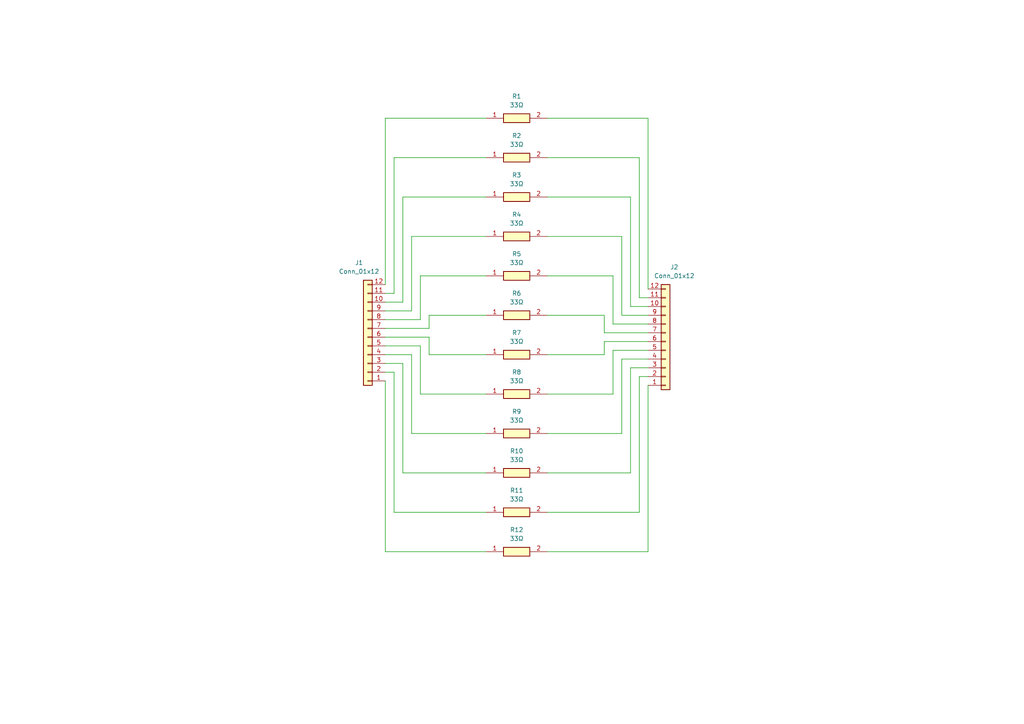
<source format=kicad_sch>
(kicad_sch (version 20230121) (generator eeschema)
  (paper "A4")
  (title_block (title "Vishay / Dale 33Ω SMD2512 Breakout Board") (rev "1") (company "AeroNU - FixedWing"))
  (lib_symbols
    (symbol "Connector_Generic:Conn_01x12" (pin_names (offset 1.016) hide)
      (property "Reference" "J" (at 0 15.24 0))
      (property "Value" "Conn_01x12" (at 0 -17.78 0))
      (symbol "Conn_01x12_1_1"
        (rectangle (start -1.27 -15.113) (end 0 -15.367) (stroke (width 0.1524)))
        (rectangle (start -1.27 -12.573) (end 0 -12.827) (stroke (width 0.1524)))
        (rectangle (start -1.27 -10.033) (end 0 -10.287) (stroke (width 0.1524)))
        (rectangle (start -1.27 -7.493) (end 0 -7.747) (stroke (width 0.1524)))
        (rectangle (start -1.27 -4.953) (end 0 -5.207) (stroke (width 0.1524)))
        (rectangle (start -1.27 -2.413) (end 0 -2.667) (stroke (width 0.1524)))
        (rectangle (start -1.27 0.127) (end 0 -0.127) (stroke (width 0.1524)))
        (rectangle (start -1.27 2.667) (end 0 2.413) (stroke (width 0.1524)))
        (rectangle (start -1.27 5.207) (end 0 4.953) (stroke (width 0.1524)))
        (rectangle (start -1.27 7.747) (end 0 7.493) (stroke (width 0.1524)))
        (rectangle (start -1.27 10.287) (end 0 10.033) (stroke (width 0.1524)))
        (rectangle (start -1.27 12.827) (end 0 12.573) (stroke (width 0.1524)))
        (rectangle (start -1.27 13.97) (end 1.27 -16.51) (stroke (width 0.254)) (fill (type background)))
        (pin passive line (at -5.08 12.7 0) (length 3.81) (name "Pin_1") (number "1"))
        (pin passive line (at -5.08 -10.16 0) (length 3.81) (name "Pin_10") (number "10"))
        (pin passive line (at -5.08 -12.7 0) (length 3.81) (name "Pin_11") (number "11"))
        (pin passive line (at -5.08 -15.24 0) (length 3.81) (name "Pin_12") (number "12"))
        (pin passive line (at -5.08 10.16 0) (length 3.81) (name "Pin_2") (number "2"))
        (pin passive line (at -5.08 7.62 0) (length 3.81) (name "Pin_3") (number "3"))
        (pin passive line (at -5.08 5.08 0) (length 3.81) (name "Pin_4") (number "4"))
        (pin passive line (at -5.08 2.54 0) (length 3.81) (name "Pin_5") (number "5"))
        (pin passive line (at -5.08 0 0) (length 3.81) (name "Pin_6") (number "6"))
        (pin passive line (at -5.08 -2.54 0) (length 3.81) (name "Pin_7") (number "7"))
        (pin passive line (at -5.08 -5.08 0) (length 3.81) (name "Pin_8") (number "8"))
        (pin passive line (at -5.08 -7.62 0) (length 3.81) (name "Pin_9") (number "9"))
      )
    )
    (symbol "FixedWing:CRCW251233R0FKEG" (pin_names hide)
      (property "Reference" "R" (at 13.97 6.35 0))
      (property "Value" "33Ω" (at 13.97 3.81 0))
      (symbol "CRCW251233R0FKEG_1_1"
        (rectangle (start 5.08 1.27) (end 12.7 -1.27) (stroke (width 0.254)) (fill (type background)))
        (pin passive line (at 0 0 0) (length 5.08) (name "1") (number "1"))
        (pin passive line (at 17.78 0 180) (length 5.08) (name "2") (number "2"))
      )
    )
  )
  (wire (pts (xy 187.96 160.02) (xy 158.75 160.02)))
  (wire (pts (xy 111.76 102.87) (xy 119.38 102.87)))
  (wire (pts (xy 187.96 104.14) (xy 180.34 104.14)))
  (wire (pts (xy 114.3 148.59) (xy 140.97 148.59)))
  (wire (pts (xy 116.84 105.41) (xy 116.84 137.16)))
  (wire (pts (xy 187.96 106.68) (xy 182.88 106.68)))
  (wire (pts (xy 111.76 90.17) (xy 119.38 90.17)))
  (wire (pts (xy 111.76 160.02) (xy 140.97 160.02)))
  (wire (pts (xy 175.26 102.87) (xy 175.26 99.06)))
  (wire (pts (xy 177.8 114.3) (xy 158.75 114.3)))
  (wire (pts (xy 114.3 45.72) (xy 140.97 45.72)))
  (wire (pts (xy 177.8 93.98) (xy 177.8 80.01)))
  (wire (pts (xy 180.34 91.44) (xy 180.34 68.58)))
  (wire (pts (xy 182.88 88.9) (xy 182.88 57.15)))
  (wire (pts (xy 187.96 83.82) (xy 187.96 34.29)))
  (wire (pts (xy 121.92 114.3) (xy 140.97 114.3)))
  (wire (pts (xy 187.96 88.9) (xy 182.88 88.9)))
  (wire (pts (xy 121.92 100.33) (xy 121.92 114.3)))
  (wire (pts (xy 119.38 125.73) (xy 140.97 125.73)))
  (wire (pts (xy 116.84 137.16) (xy 140.97 137.16)))
  (wire (pts (xy 187.96 91.44) (xy 180.34 91.44)))
  (wire (pts (xy 111.76 110.49) (xy 111.76 160.02)))
  (wire (pts (xy 116.84 57.15) (xy 116.84 87.63)))
  (wire (pts (xy 182.88 137.16) (xy 158.75 137.16)))
  (wire (pts (xy 111.76 34.29) (xy 140.97 34.29)))
  (wire (pts (xy 187.96 99.06) (xy 175.26 99.06)))
  (wire (pts (xy 124.46 102.87) (xy 140.97 102.87)))
  (wire (pts (xy 114.3 107.95) (xy 114.3 148.59)))
  (wire (pts (xy 187.96 101.6) (xy 177.8 101.6)))
  (wire (pts (xy 187.96 86.36) (xy 185.42 86.36)))
  (wire (pts (xy 116.84 57.15) (xy 140.97 57.15)))
  (wire (pts (xy 119.38 68.58) (xy 140.97 68.58)))
  (wire (pts (xy 180.34 125.73) (xy 158.75 125.73)))
  (wire (pts (xy 111.76 97.79) (xy 124.46 97.79)))
  (wire (pts (xy 177.8 114.3) (xy 177.8 101.6)))
  (wire (pts (xy 187.96 96.52) (xy 175.26 96.52)))
  (wire (pts (xy 111.76 87.63) (xy 116.84 87.63)))
  (wire (pts (xy 111.76 95.25) (xy 124.46 95.25)))
  (wire (pts (xy 182.88 57.15) (xy 158.75 57.15)))
  (wire (pts (xy 180.34 68.58) (xy 158.75 68.58)))
  (wire (pts (xy 111.76 85.09) (xy 114.3 85.09)))
  (wire (pts (xy 111.76 105.41) (xy 116.84 105.41)))
  (wire (pts (xy 185.42 86.36) (xy 185.42 45.72)))
  (wire (pts (xy 187.96 160.02) (xy 187.96 111.76)))
  (wire (pts (xy 114.3 45.72) (xy 114.3 85.09)))
  (wire (pts (xy 124.46 91.44) (xy 124.46 95.25)))
  (wire (pts (xy 124.46 91.44) (xy 140.97 91.44)))
  (wire (pts (xy 111.76 100.33) (xy 121.92 100.33)))
  (wire (pts (xy 185.42 45.72) (xy 158.75 45.72)))
  (wire (pts (xy 124.46 97.79) (xy 124.46 102.87)))
  (wire (pts (xy 187.96 109.22) (xy 185.42 109.22)))
  (wire (pts (xy 119.38 102.87) (xy 119.38 125.73)))
  (wire (pts (xy 180.34 125.73) (xy 180.34 104.14)))
  (wire (pts (xy 185.42 148.59) (xy 185.42 109.22)))
  (wire (pts (xy 121.92 80.01) (xy 140.97 80.01)))
  (wire (pts (xy 187.96 93.98) (xy 177.8 93.98)))
  (wire (pts (xy 119.38 68.58) (xy 119.38 90.17)))
  (wire (pts (xy 185.42 148.59) (xy 158.75 148.59)))
  (wire (pts (xy 182.88 137.16) (xy 182.88 106.68)))
  (wire (pts (xy 111.76 92.71) (xy 121.92 92.71)))
  (wire (pts (xy 175.26 96.52) (xy 175.26 91.44)))
  (wire (pts (xy 175.26 91.44) (xy 158.75 91.44)))
  (wire (pts (xy 175.26 102.87) (xy 158.75 102.87)))
  (wire (pts (xy 121.92 80.01) (xy 121.92 92.71)))
  (wire (pts (xy 111.76 34.29) (xy 111.76 82.55)))
  (wire (pts (xy 177.8 80.01) (xy 158.75 80.01)))
  (wire (pts (xy 111.76 107.95) (xy 114.3 107.95)))
  (wire (pts (xy 187.96 34.29) (xy 158.75 34.29)))
  (symbol (lib_id "FixedWing:CRCW251233R0FKEG") (at 140.97 114.3 0) (unit 1)
    (property "Reference" "R8" (at 149.86 107.95 0))
    (property "Value" "33Ω" (at 149.86 110.49 0))
    (property "Footprint" "RESC6332X70N" (effects hide))
    (property "Datasheet" "http://www.vishay.com/docs/20035/dcrcwe3.pdf" (effects hide))
    (property "Height" "0.7" (effects hide))
    (property "Manufacturer_Name" "Vishay" (effects hide))
    (property "Manufacturer_Part_Number" "CRCW251233R0FKEG" (effects hide))
  )
  (symbol (lib_id "FixedWing:CRCW251233R0FKEG") (at 140.97 80.01 0) (unit 1)
    (property "Reference" "R5" (at 149.86 73.66 0))
    (property "Value" "33Ω" (at 149.86 76.2 0))
    (property "Footprint" "RESC6332X70N" (effects hide))
    (property "Datasheet" "http://www.vishay.com/docs/20035/dcrcwe3.pdf" (effects hide))
    (property "Height" "0.7" (effects hide))
    (property "Manufacturer_Name" "Vishay" (effects hide))
    (property "Manufacturer_Part_Number" "CRCW251233R0FKEG" (effects hide))
  )
  (symbol (lib_id "FixedWing:CRCW251233R0FKEG") (at 140.97 102.87 0) (unit 1)
    (property "Reference" "R7" (at 149.86 96.52 0))
    (property "Value" "33Ω" (at 149.86 99.06 0))
    (property "Footprint" "RESC6332X70N" (effects hide))
    (property "Datasheet" "http://www.vishay.com/docs/20035/dcrcwe3.pdf" (effects hide))
    (property "Height" "0.7" (effects hide))
    (property "Manufacturer_Name" "Vishay" (effects hide))
    (property "Manufacturer_Part_Number" "CRCW251233R0FKEG" (effects hide))
  )
  (symbol (lib_id "FixedWing:CRCW251233R0FKEG") (at 140.97 148.59 0) (unit 1)
    (property "Reference" "R11" (at 149.86 142.24 0))
    (property "Value" "33Ω" (at 149.86 144.78 0))
    (property "Footprint" "RESC6332X70N" (effects hide))
    (property "Datasheet" "http://www.vishay.com/docs/20035/dcrcwe3.pdf" (effects hide))
    (property "Height" "0.7" (effects hide))
    (property "Manufacturer_Name" "Vishay" (effects hide))
    (property "Manufacturer_Part_Number" "CRCW251233R0FKEG" (effects hide))
  )
  (symbol (lib_id "FixedWing:CRCW251233R0FKEG") (at 140.97 91.44 0) (unit 1)
    (property "Reference" "R6" (at 149.86 85.09 0))
    (property "Value" "33Ω" (at 149.86 87.63 0))
    (property "Footprint" "RESC6332X70N" (effects hide))
    (property "Datasheet" "http://www.vishay.com/docs/20035/dcrcwe3.pdf" (effects hide))
    (property "Height" "0.7" (effects hide))
    (property "Manufacturer_Name" "Vishay" (effects hide))
    (property "Manufacturer_Part_Number" "CRCW251233R0FKEG" (effects hide))
  )
  (symbol (lib_id "FixedWing:CRCW251233R0FKEG") (at 140.97 160.02 0) (unit 1)
    (property "Reference" "R12" (at 149.86 153.67 0))
    (property "Value" "33Ω" (at 149.86 156.21 0))
    (property "Footprint" "RESC6332X70N" (effects hide))
    (property "Datasheet" "http://www.vishay.com/docs/20035/dcrcwe3.pdf" (effects hide))
    (property "Height" "0.7" (effects hide))
    (property "Manufacturer_Name" "Vishay" (effects hide))
    (property "Manufacturer_Part_Number" "CRCW251233R0FKEG" (effects hide))
  )
  (symbol (lib_id "Connector_Generic:Conn_01x12") (at 106.68 97.79 180) (unit 1)
    (property "Reference" "J1" (at 104.14 76.2 0))
    (property "Value" "Conn_01x12" (at 104.14 78.74 0))
    (property "Footprint" "Connector_PinSocket_2.54mm:PinSocket_1x12_P2.54mm_Vertical" (effects hide))
  )
  (symbol (lib_id "FixedWing:CRCW251233R0FKEG") (at 140.97 45.72 0) (unit 1)
    (property "Reference" "R2" (at 149.86 39.37 0))
    (property "Value" "33Ω" (at 149.86 41.91 0))
    (property "Footprint" "RESC6332X70N" (effects hide))
    (property "Datasheet" "http://www.vishay.com/docs/20035/dcrcwe3.pdf" (effects hide))
    (property "Height" "0.7" (effects hide))
    (property "Manufacturer_Name" "Vishay" (effects hide))
    (property "Manufacturer_Part_Number" "CRCW251233R0FKEG" (effects hide))
  )
  (symbol (lib_id "FixedWing:CRCW251233R0FKEG") (at 140.97 57.15 0) (unit 1)
    (property "Reference" "R3" (at 149.86 50.8 0))
    (property "Value" "33Ω" (at 149.86 53.34 0))
    (property "Footprint" "RESC6332X70N" (effects hide))
    (property "Datasheet" "http://www.vishay.com/docs/20035/dcrcwe3.pdf" (effects hide))
    (property "Height" "0.7" (effects hide))
    (property "Manufacturer_Name" "Vishay" (effects hide))
    (property "Manufacturer_Part_Number" "CRCW251233R0FKEG" (effects hide))
  )
  (symbol (lib_id "Connector_Generic:Conn_01x12") (at 193.04 99.06 0) (mirror x) (unit 1)
    (property "Reference" "J2" (at 195.58 77.47 0))
    (property "Value" "Conn_01x12" (at 195.58 80.01 0))
    (property "Footprint" "Connector_PinSocket_2.54mm:PinSocket_1x12_P2.54mm_Vertical" (effects hide))
  )
  (symbol (lib_id "FixedWing:CRCW251233R0FKEG") (at 140.97 137.16 0) (unit 1)
    (property "Reference" "R10" (at 149.86 130.81 0))
    (property "Value" "33Ω" (at 149.86 133.35 0))
    (property "Footprint" "RESC6332X70N" (effects hide))
    (property "Datasheet" "http://www.vishay.com/docs/20035/dcrcwe3.pdf" (effects hide))
    (property "Height" "0.7" (effects hide))
    (property "Manufacturer_Name" "Vishay" (effects hide))
    (property "Manufacturer_Part_Number" "CRCW251233R0FKEG" (effects hide))
  )
  (symbol (lib_id "FixedWing:CRCW251233R0FKEG") (at 140.97 68.58 0) (unit 1)
    (property "Reference" "R4" (at 149.86 62.23 0))
    (property "Value" "33Ω" (at 149.86 64.77 0))
    (property "Footprint" "RESC6332X70N" (effects hide))
    (property "Datasheet" "http://www.vishay.com/docs/20035/dcrcwe3.pdf" (effects hide))
    (property "Height" "0.7" (effects hide))
    (property "Manufacturer_Name" "Vishay" (effects hide))
    (property "Manufacturer_Part_Number" "CRCW251233R0FKEG" (effects hide))
  )
  (symbol (lib_id "FixedWing:CRCW251233R0FKEG") (at 140.97 125.73 0) (unit 1)
    (property "Reference" "R9" (at 149.86 119.38 0))
    (property "Value" "33Ω" (at 149.86 121.92 0))
    (property "Footprint" "RESC6332X70N" (effects hide))
    (property "Datasheet" "http://www.vishay.com/docs/20035/dcrcwe3.pdf" (effects hide))
    (property "Height" "0.7" (effects hide))
    (property "Manufacturer_Name" "Vishay" (effects hide))
    (property "Manufacturer_Part_Number" "CRCW251233R0FKEG" (effects hide))
  )
  (symbol (lib_id "FixedWing:CRCW251233R0FKEG") (at 140.97 34.29 0) (unit 1)
    (property "Reference" "R1" (at 149.86 27.94 0))
    (property "Value" "33Ω" (at 149.86 30.48 0))
    (property "Footprint" "RESC6332X70N" (effects hide))
    (property "Datasheet" "http://www.vishay.com/docs/20035/dcrcwe3.pdf" (effects hide))
    (property "Height" "0.7" (effects hide))
    (property "Manufacturer_Name" "Vishay" (effects hide))
    (property "Manufacturer_Part_Number" "CRCW251233R0FKEG" (effects hide))
  )
)
</source>
